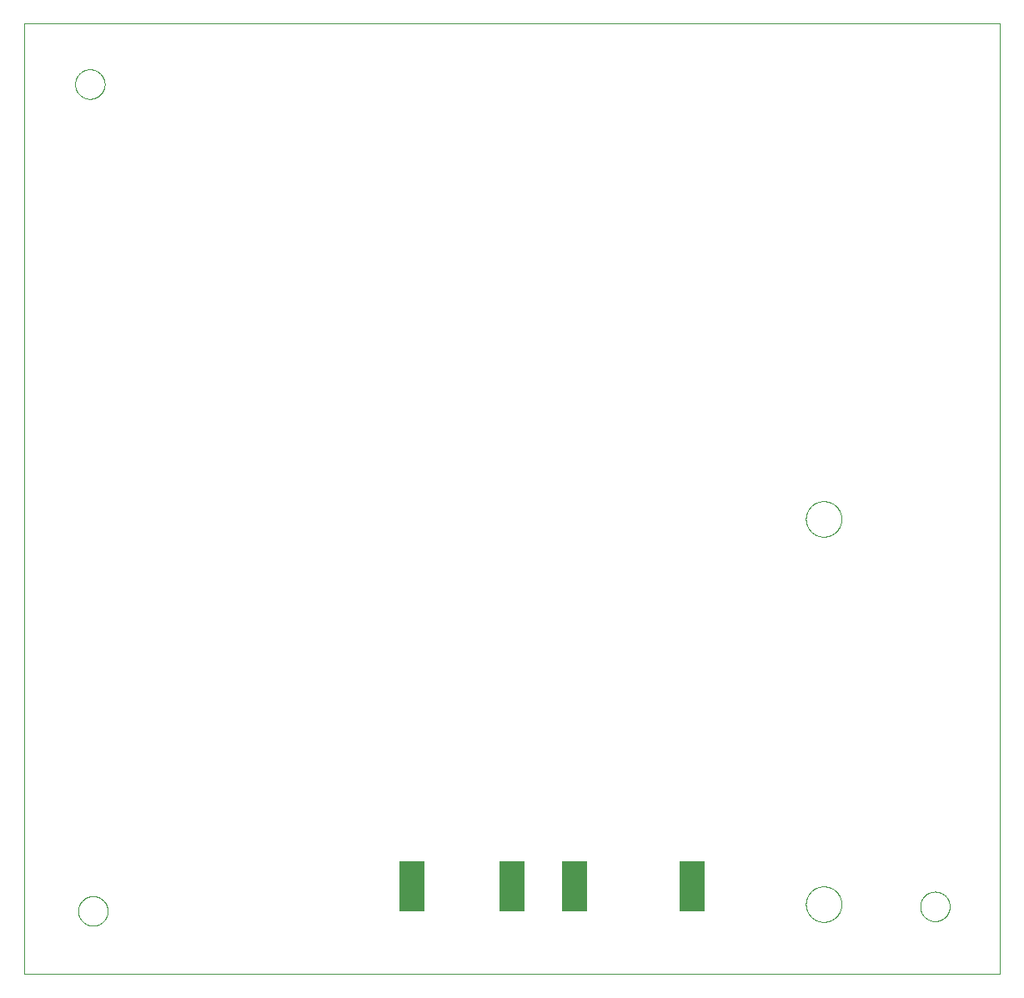
<source format=gtp>
G75*
%MOIN*%
%OFA0B0*%
%FSLAX25Y25*%
%IPPOS*%
%LPD*%
%AMOC8*
5,1,8,0,0,1.08239X$1,22.5*
%
%ADD10C,0.00000*%
%ADD11R,0.10000X0.20000*%
D10*
X0001800Y0001800D02*
X0391800Y0001800D01*
X0391800Y0381800D01*
X0001800Y0381800D01*
X0001800Y0001800D01*
X0023294Y0027100D02*
X0023296Y0027253D01*
X0023302Y0027407D01*
X0023312Y0027560D01*
X0023326Y0027712D01*
X0023344Y0027865D01*
X0023366Y0028016D01*
X0023391Y0028167D01*
X0023421Y0028318D01*
X0023455Y0028468D01*
X0023492Y0028616D01*
X0023533Y0028764D01*
X0023578Y0028910D01*
X0023627Y0029056D01*
X0023680Y0029200D01*
X0023736Y0029342D01*
X0023796Y0029483D01*
X0023860Y0029623D01*
X0023927Y0029761D01*
X0023998Y0029897D01*
X0024073Y0030031D01*
X0024150Y0030163D01*
X0024232Y0030293D01*
X0024316Y0030421D01*
X0024404Y0030547D01*
X0024495Y0030670D01*
X0024589Y0030791D01*
X0024687Y0030909D01*
X0024787Y0031025D01*
X0024891Y0031138D01*
X0024997Y0031249D01*
X0025106Y0031357D01*
X0025218Y0031462D01*
X0025332Y0031563D01*
X0025450Y0031662D01*
X0025569Y0031758D01*
X0025691Y0031851D01*
X0025816Y0031940D01*
X0025943Y0032027D01*
X0026072Y0032109D01*
X0026203Y0032189D01*
X0026336Y0032265D01*
X0026471Y0032338D01*
X0026608Y0032407D01*
X0026747Y0032472D01*
X0026887Y0032534D01*
X0027029Y0032592D01*
X0027172Y0032647D01*
X0027317Y0032698D01*
X0027463Y0032745D01*
X0027610Y0032788D01*
X0027758Y0032827D01*
X0027907Y0032863D01*
X0028057Y0032894D01*
X0028208Y0032922D01*
X0028359Y0032946D01*
X0028512Y0032966D01*
X0028664Y0032982D01*
X0028817Y0032994D01*
X0028970Y0033002D01*
X0029123Y0033006D01*
X0029277Y0033006D01*
X0029430Y0033002D01*
X0029583Y0032994D01*
X0029736Y0032982D01*
X0029888Y0032966D01*
X0030041Y0032946D01*
X0030192Y0032922D01*
X0030343Y0032894D01*
X0030493Y0032863D01*
X0030642Y0032827D01*
X0030790Y0032788D01*
X0030937Y0032745D01*
X0031083Y0032698D01*
X0031228Y0032647D01*
X0031371Y0032592D01*
X0031513Y0032534D01*
X0031653Y0032472D01*
X0031792Y0032407D01*
X0031929Y0032338D01*
X0032064Y0032265D01*
X0032197Y0032189D01*
X0032328Y0032109D01*
X0032457Y0032027D01*
X0032584Y0031940D01*
X0032709Y0031851D01*
X0032831Y0031758D01*
X0032950Y0031662D01*
X0033068Y0031563D01*
X0033182Y0031462D01*
X0033294Y0031357D01*
X0033403Y0031249D01*
X0033509Y0031138D01*
X0033613Y0031025D01*
X0033713Y0030909D01*
X0033811Y0030791D01*
X0033905Y0030670D01*
X0033996Y0030547D01*
X0034084Y0030421D01*
X0034168Y0030293D01*
X0034250Y0030163D01*
X0034327Y0030031D01*
X0034402Y0029897D01*
X0034473Y0029761D01*
X0034540Y0029623D01*
X0034604Y0029483D01*
X0034664Y0029342D01*
X0034720Y0029200D01*
X0034773Y0029056D01*
X0034822Y0028910D01*
X0034867Y0028764D01*
X0034908Y0028616D01*
X0034945Y0028468D01*
X0034979Y0028318D01*
X0035009Y0028167D01*
X0035034Y0028016D01*
X0035056Y0027865D01*
X0035074Y0027712D01*
X0035088Y0027560D01*
X0035098Y0027407D01*
X0035104Y0027253D01*
X0035106Y0027100D01*
X0035104Y0026947D01*
X0035098Y0026793D01*
X0035088Y0026640D01*
X0035074Y0026488D01*
X0035056Y0026335D01*
X0035034Y0026184D01*
X0035009Y0026033D01*
X0034979Y0025882D01*
X0034945Y0025732D01*
X0034908Y0025584D01*
X0034867Y0025436D01*
X0034822Y0025290D01*
X0034773Y0025144D01*
X0034720Y0025000D01*
X0034664Y0024858D01*
X0034604Y0024717D01*
X0034540Y0024577D01*
X0034473Y0024439D01*
X0034402Y0024303D01*
X0034327Y0024169D01*
X0034250Y0024037D01*
X0034168Y0023907D01*
X0034084Y0023779D01*
X0033996Y0023653D01*
X0033905Y0023530D01*
X0033811Y0023409D01*
X0033713Y0023291D01*
X0033613Y0023175D01*
X0033509Y0023062D01*
X0033403Y0022951D01*
X0033294Y0022843D01*
X0033182Y0022738D01*
X0033068Y0022637D01*
X0032950Y0022538D01*
X0032831Y0022442D01*
X0032709Y0022349D01*
X0032584Y0022260D01*
X0032457Y0022173D01*
X0032328Y0022091D01*
X0032197Y0022011D01*
X0032064Y0021935D01*
X0031929Y0021862D01*
X0031792Y0021793D01*
X0031653Y0021728D01*
X0031513Y0021666D01*
X0031371Y0021608D01*
X0031228Y0021553D01*
X0031083Y0021502D01*
X0030937Y0021455D01*
X0030790Y0021412D01*
X0030642Y0021373D01*
X0030493Y0021337D01*
X0030343Y0021306D01*
X0030192Y0021278D01*
X0030041Y0021254D01*
X0029888Y0021234D01*
X0029736Y0021218D01*
X0029583Y0021206D01*
X0029430Y0021198D01*
X0029277Y0021194D01*
X0029123Y0021194D01*
X0028970Y0021198D01*
X0028817Y0021206D01*
X0028664Y0021218D01*
X0028512Y0021234D01*
X0028359Y0021254D01*
X0028208Y0021278D01*
X0028057Y0021306D01*
X0027907Y0021337D01*
X0027758Y0021373D01*
X0027610Y0021412D01*
X0027463Y0021455D01*
X0027317Y0021502D01*
X0027172Y0021553D01*
X0027029Y0021608D01*
X0026887Y0021666D01*
X0026747Y0021728D01*
X0026608Y0021793D01*
X0026471Y0021862D01*
X0026336Y0021935D01*
X0026203Y0022011D01*
X0026072Y0022091D01*
X0025943Y0022173D01*
X0025816Y0022260D01*
X0025691Y0022349D01*
X0025569Y0022442D01*
X0025450Y0022538D01*
X0025332Y0022637D01*
X0025218Y0022738D01*
X0025106Y0022843D01*
X0024997Y0022951D01*
X0024891Y0023062D01*
X0024787Y0023175D01*
X0024687Y0023291D01*
X0024589Y0023409D01*
X0024495Y0023530D01*
X0024404Y0023653D01*
X0024316Y0023779D01*
X0024232Y0023907D01*
X0024150Y0024037D01*
X0024073Y0024169D01*
X0023998Y0024303D01*
X0023927Y0024439D01*
X0023860Y0024577D01*
X0023796Y0024717D01*
X0023736Y0024858D01*
X0023680Y0025000D01*
X0023627Y0025144D01*
X0023578Y0025290D01*
X0023533Y0025436D01*
X0023492Y0025584D01*
X0023455Y0025732D01*
X0023421Y0025882D01*
X0023391Y0026033D01*
X0023366Y0026184D01*
X0023344Y0026335D01*
X0023326Y0026488D01*
X0023312Y0026640D01*
X0023302Y0026793D01*
X0023296Y0026947D01*
X0023294Y0027100D01*
X0314200Y0029800D02*
X0314202Y0029974D01*
X0314209Y0030148D01*
X0314219Y0030322D01*
X0314234Y0030496D01*
X0314253Y0030669D01*
X0314277Y0030842D01*
X0314305Y0031014D01*
X0314336Y0031185D01*
X0314373Y0031356D01*
X0314413Y0031525D01*
X0314457Y0031694D01*
X0314506Y0031861D01*
X0314558Y0032027D01*
X0314615Y0032192D01*
X0314676Y0032355D01*
X0314740Y0032517D01*
X0314809Y0032677D01*
X0314882Y0032836D01*
X0314958Y0032992D01*
X0315038Y0033147D01*
X0315122Y0033300D01*
X0315210Y0033450D01*
X0315302Y0033598D01*
X0315397Y0033745D01*
X0315495Y0033888D01*
X0315597Y0034029D01*
X0315703Y0034168D01*
X0315812Y0034304D01*
X0315924Y0034438D01*
X0316039Y0034568D01*
X0316158Y0034696D01*
X0316280Y0034820D01*
X0316404Y0034942D01*
X0316532Y0035061D01*
X0316662Y0035176D01*
X0316796Y0035288D01*
X0316932Y0035397D01*
X0317071Y0035503D01*
X0317212Y0035605D01*
X0317355Y0035703D01*
X0317502Y0035798D01*
X0317650Y0035890D01*
X0317800Y0035978D01*
X0317953Y0036062D01*
X0318108Y0036142D01*
X0318264Y0036218D01*
X0318423Y0036291D01*
X0318583Y0036360D01*
X0318745Y0036424D01*
X0318908Y0036485D01*
X0319073Y0036542D01*
X0319239Y0036594D01*
X0319406Y0036643D01*
X0319575Y0036687D01*
X0319744Y0036727D01*
X0319915Y0036764D01*
X0320086Y0036795D01*
X0320258Y0036823D01*
X0320431Y0036847D01*
X0320604Y0036866D01*
X0320778Y0036881D01*
X0320952Y0036891D01*
X0321126Y0036898D01*
X0321300Y0036900D01*
X0321474Y0036898D01*
X0321648Y0036891D01*
X0321822Y0036881D01*
X0321996Y0036866D01*
X0322169Y0036847D01*
X0322342Y0036823D01*
X0322514Y0036795D01*
X0322685Y0036764D01*
X0322856Y0036727D01*
X0323025Y0036687D01*
X0323194Y0036643D01*
X0323361Y0036594D01*
X0323527Y0036542D01*
X0323692Y0036485D01*
X0323855Y0036424D01*
X0324017Y0036360D01*
X0324177Y0036291D01*
X0324336Y0036218D01*
X0324492Y0036142D01*
X0324647Y0036062D01*
X0324800Y0035978D01*
X0324950Y0035890D01*
X0325098Y0035798D01*
X0325245Y0035703D01*
X0325388Y0035605D01*
X0325529Y0035503D01*
X0325668Y0035397D01*
X0325804Y0035288D01*
X0325938Y0035176D01*
X0326068Y0035061D01*
X0326196Y0034942D01*
X0326320Y0034820D01*
X0326442Y0034696D01*
X0326561Y0034568D01*
X0326676Y0034438D01*
X0326788Y0034304D01*
X0326897Y0034168D01*
X0327003Y0034029D01*
X0327105Y0033888D01*
X0327203Y0033745D01*
X0327298Y0033598D01*
X0327390Y0033450D01*
X0327478Y0033300D01*
X0327562Y0033147D01*
X0327642Y0032992D01*
X0327718Y0032836D01*
X0327791Y0032677D01*
X0327860Y0032517D01*
X0327924Y0032355D01*
X0327985Y0032192D01*
X0328042Y0032027D01*
X0328094Y0031861D01*
X0328143Y0031694D01*
X0328187Y0031525D01*
X0328227Y0031356D01*
X0328264Y0031185D01*
X0328295Y0031014D01*
X0328323Y0030842D01*
X0328347Y0030669D01*
X0328366Y0030496D01*
X0328381Y0030322D01*
X0328391Y0030148D01*
X0328398Y0029974D01*
X0328400Y0029800D01*
X0328398Y0029626D01*
X0328391Y0029452D01*
X0328381Y0029278D01*
X0328366Y0029104D01*
X0328347Y0028931D01*
X0328323Y0028758D01*
X0328295Y0028586D01*
X0328264Y0028415D01*
X0328227Y0028244D01*
X0328187Y0028075D01*
X0328143Y0027906D01*
X0328094Y0027739D01*
X0328042Y0027573D01*
X0327985Y0027408D01*
X0327924Y0027245D01*
X0327860Y0027083D01*
X0327791Y0026923D01*
X0327718Y0026764D01*
X0327642Y0026608D01*
X0327562Y0026453D01*
X0327478Y0026300D01*
X0327390Y0026150D01*
X0327298Y0026002D01*
X0327203Y0025855D01*
X0327105Y0025712D01*
X0327003Y0025571D01*
X0326897Y0025432D01*
X0326788Y0025296D01*
X0326676Y0025162D01*
X0326561Y0025032D01*
X0326442Y0024904D01*
X0326320Y0024780D01*
X0326196Y0024658D01*
X0326068Y0024539D01*
X0325938Y0024424D01*
X0325804Y0024312D01*
X0325668Y0024203D01*
X0325529Y0024097D01*
X0325388Y0023995D01*
X0325245Y0023897D01*
X0325098Y0023802D01*
X0324950Y0023710D01*
X0324800Y0023622D01*
X0324647Y0023538D01*
X0324492Y0023458D01*
X0324336Y0023382D01*
X0324177Y0023309D01*
X0324017Y0023240D01*
X0323855Y0023176D01*
X0323692Y0023115D01*
X0323527Y0023058D01*
X0323361Y0023006D01*
X0323194Y0022957D01*
X0323025Y0022913D01*
X0322856Y0022873D01*
X0322685Y0022836D01*
X0322514Y0022805D01*
X0322342Y0022777D01*
X0322169Y0022753D01*
X0321996Y0022734D01*
X0321822Y0022719D01*
X0321648Y0022709D01*
X0321474Y0022702D01*
X0321300Y0022700D01*
X0321126Y0022702D01*
X0320952Y0022709D01*
X0320778Y0022719D01*
X0320604Y0022734D01*
X0320431Y0022753D01*
X0320258Y0022777D01*
X0320086Y0022805D01*
X0319915Y0022836D01*
X0319744Y0022873D01*
X0319575Y0022913D01*
X0319406Y0022957D01*
X0319239Y0023006D01*
X0319073Y0023058D01*
X0318908Y0023115D01*
X0318745Y0023176D01*
X0318583Y0023240D01*
X0318423Y0023309D01*
X0318264Y0023382D01*
X0318108Y0023458D01*
X0317953Y0023538D01*
X0317800Y0023622D01*
X0317650Y0023710D01*
X0317502Y0023802D01*
X0317355Y0023897D01*
X0317212Y0023995D01*
X0317071Y0024097D01*
X0316932Y0024203D01*
X0316796Y0024312D01*
X0316662Y0024424D01*
X0316532Y0024539D01*
X0316404Y0024658D01*
X0316280Y0024780D01*
X0316158Y0024904D01*
X0316039Y0025032D01*
X0315924Y0025162D01*
X0315812Y0025296D01*
X0315703Y0025432D01*
X0315597Y0025571D01*
X0315495Y0025712D01*
X0315397Y0025855D01*
X0315302Y0026002D01*
X0315210Y0026150D01*
X0315122Y0026300D01*
X0315038Y0026453D01*
X0314958Y0026608D01*
X0314882Y0026764D01*
X0314809Y0026923D01*
X0314740Y0027083D01*
X0314676Y0027245D01*
X0314615Y0027408D01*
X0314558Y0027573D01*
X0314506Y0027739D01*
X0314457Y0027906D01*
X0314413Y0028075D01*
X0314373Y0028244D01*
X0314336Y0028415D01*
X0314305Y0028586D01*
X0314277Y0028758D01*
X0314253Y0028931D01*
X0314234Y0029104D01*
X0314219Y0029278D01*
X0314209Y0029452D01*
X0314202Y0029626D01*
X0314200Y0029800D01*
X0359894Y0028900D02*
X0359896Y0029053D01*
X0359902Y0029207D01*
X0359912Y0029360D01*
X0359926Y0029512D01*
X0359944Y0029665D01*
X0359966Y0029816D01*
X0359991Y0029967D01*
X0360021Y0030118D01*
X0360055Y0030268D01*
X0360092Y0030416D01*
X0360133Y0030564D01*
X0360178Y0030710D01*
X0360227Y0030856D01*
X0360280Y0031000D01*
X0360336Y0031142D01*
X0360396Y0031283D01*
X0360460Y0031423D01*
X0360527Y0031561D01*
X0360598Y0031697D01*
X0360673Y0031831D01*
X0360750Y0031963D01*
X0360832Y0032093D01*
X0360916Y0032221D01*
X0361004Y0032347D01*
X0361095Y0032470D01*
X0361189Y0032591D01*
X0361287Y0032709D01*
X0361387Y0032825D01*
X0361491Y0032938D01*
X0361597Y0033049D01*
X0361706Y0033157D01*
X0361818Y0033262D01*
X0361932Y0033363D01*
X0362050Y0033462D01*
X0362169Y0033558D01*
X0362291Y0033651D01*
X0362416Y0033740D01*
X0362543Y0033827D01*
X0362672Y0033909D01*
X0362803Y0033989D01*
X0362936Y0034065D01*
X0363071Y0034138D01*
X0363208Y0034207D01*
X0363347Y0034272D01*
X0363487Y0034334D01*
X0363629Y0034392D01*
X0363772Y0034447D01*
X0363917Y0034498D01*
X0364063Y0034545D01*
X0364210Y0034588D01*
X0364358Y0034627D01*
X0364507Y0034663D01*
X0364657Y0034694D01*
X0364808Y0034722D01*
X0364959Y0034746D01*
X0365112Y0034766D01*
X0365264Y0034782D01*
X0365417Y0034794D01*
X0365570Y0034802D01*
X0365723Y0034806D01*
X0365877Y0034806D01*
X0366030Y0034802D01*
X0366183Y0034794D01*
X0366336Y0034782D01*
X0366488Y0034766D01*
X0366641Y0034746D01*
X0366792Y0034722D01*
X0366943Y0034694D01*
X0367093Y0034663D01*
X0367242Y0034627D01*
X0367390Y0034588D01*
X0367537Y0034545D01*
X0367683Y0034498D01*
X0367828Y0034447D01*
X0367971Y0034392D01*
X0368113Y0034334D01*
X0368253Y0034272D01*
X0368392Y0034207D01*
X0368529Y0034138D01*
X0368664Y0034065D01*
X0368797Y0033989D01*
X0368928Y0033909D01*
X0369057Y0033827D01*
X0369184Y0033740D01*
X0369309Y0033651D01*
X0369431Y0033558D01*
X0369550Y0033462D01*
X0369668Y0033363D01*
X0369782Y0033262D01*
X0369894Y0033157D01*
X0370003Y0033049D01*
X0370109Y0032938D01*
X0370213Y0032825D01*
X0370313Y0032709D01*
X0370411Y0032591D01*
X0370505Y0032470D01*
X0370596Y0032347D01*
X0370684Y0032221D01*
X0370768Y0032093D01*
X0370850Y0031963D01*
X0370927Y0031831D01*
X0371002Y0031697D01*
X0371073Y0031561D01*
X0371140Y0031423D01*
X0371204Y0031283D01*
X0371264Y0031142D01*
X0371320Y0031000D01*
X0371373Y0030856D01*
X0371422Y0030710D01*
X0371467Y0030564D01*
X0371508Y0030416D01*
X0371545Y0030268D01*
X0371579Y0030118D01*
X0371609Y0029967D01*
X0371634Y0029816D01*
X0371656Y0029665D01*
X0371674Y0029512D01*
X0371688Y0029360D01*
X0371698Y0029207D01*
X0371704Y0029053D01*
X0371706Y0028900D01*
X0371704Y0028747D01*
X0371698Y0028593D01*
X0371688Y0028440D01*
X0371674Y0028288D01*
X0371656Y0028135D01*
X0371634Y0027984D01*
X0371609Y0027833D01*
X0371579Y0027682D01*
X0371545Y0027532D01*
X0371508Y0027384D01*
X0371467Y0027236D01*
X0371422Y0027090D01*
X0371373Y0026944D01*
X0371320Y0026800D01*
X0371264Y0026658D01*
X0371204Y0026517D01*
X0371140Y0026377D01*
X0371073Y0026239D01*
X0371002Y0026103D01*
X0370927Y0025969D01*
X0370850Y0025837D01*
X0370768Y0025707D01*
X0370684Y0025579D01*
X0370596Y0025453D01*
X0370505Y0025330D01*
X0370411Y0025209D01*
X0370313Y0025091D01*
X0370213Y0024975D01*
X0370109Y0024862D01*
X0370003Y0024751D01*
X0369894Y0024643D01*
X0369782Y0024538D01*
X0369668Y0024437D01*
X0369550Y0024338D01*
X0369431Y0024242D01*
X0369309Y0024149D01*
X0369184Y0024060D01*
X0369057Y0023973D01*
X0368928Y0023891D01*
X0368797Y0023811D01*
X0368664Y0023735D01*
X0368529Y0023662D01*
X0368392Y0023593D01*
X0368253Y0023528D01*
X0368113Y0023466D01*
X0367971Y0023408D01*
X0367828Y0023353D01*
X0367683Y0023302D01*
X0367537Y0023255D01*
X0367390Y0023212D01*
X0367242Y0023173D01*
X0367093Y0023137D01*
X0366943Y0023106D01*
X0366792Y0023078D01*
X0366641Y0023054D01*
X0366488Y0023034D01*
X0366336Y0023018D01*
X0366183Y0023006D01*
X0366030Y0022998D01*
X0365877Y0022994D01*
X0365723Y0022994D01*
X0365570Y0022998D01*
X0365417Y0023006D01*
X0365264Y0023018D01*
X0365112Y0023034D01*
X0364959Y0023054D01*
X0364808Y0023078D01*
X0364657Y0023106D01*
X0364507Y0023137D01*
X0364358Y0023173D01*
X0364210Y0023212D01*
X0364063Y0023255D01*
X0363917Y0023302D01*
X0363772Y0023353D01*
X0363629Y0023408D01*
X0363487Y0023466D01*
X0363347Y0023528D01*
X0363208Y0023593D01*
X0363071Y0023662D01*
X0362936Y0023735D01*
X0362803Y0023811D01*
X0362672Y0023891D01*
X0362543Y0023973D01*
X0362416Y0024060D01*
X0362291Y0024149D01*
X0362169Y0024242D01*
X0362050Y0024338D01*
X0361932Y0024437D01*
X0361818Y0024538D01*
X0361706Y0024643D01*
X0361597Y0024751D01*
X0361491Y0024862D01*
X0361387Y0024975D01*
X0361287Y0025091D01*
X0361189Y0025209D01*
X0361095Y0025330D01*
X0361004Y0025453D01*
X0360916Y0025579D01*
X0360832Y0025707D01*
X0360750Y0025837D01*
X0360673Y0025969D01*
X0360598Y0026103D01*
X0360527Y0026239D01*
X0360460Y0026377D01*
X0360396Y0026517D01*
X0360336Y0026658D01*
X0360280Y0026800D01*
X0360227Y0026944D01*
X0360178Y0027090D01*
X0360133Y0027236D01*
X0360092Y0027384D01*
X0360055Y0027532D01*
X0360021Y0027682D01*
X0359991Y0027833D01*
X0359966Y0027984D01*
X0359944Y0028135D01*
X0359926Y0028288D01*
X0359912Y0028440D01*
X0359902Y0028593D01*
X0359896Y0028747D01*
X0359894Y0028900D01*
X0314200Y0183800D02*
X0314202Y0183974D01*
X0314209Y0184148D01*
X0314219Y0184322D01*
X0314234Y0184496D01*
X0314253Y0184669D01*
X0314277Y0184842D01*
X0314305Y0185014D01*
X0314336Y0185185D01*
X0314373Y0185356D01*
X0314413Y0185525D01*
X0314457Y0185694D01*
X0314506Y0185861D01*
X0314558Y0186027D01*
X0314615Y0186192D01*
X0314676Y0186355D01*
X0314740Y0186517D01*
X0314809Y0186677D01*
X0314882Y0186836D01*
X0314958Y0186992D01*
X0315038Y0187147D01*
X0315122Y0187300D01*
X0315210Y0187450D01*
X0315302Y0187598D01*
X0315397Y0187745D01*
X0315495Y0187888D01*
X0315597Y0188029D01*
X0315703Y0188168D01*
X0315812Y0188304D01*
X0315924Y0188438D01*
X0316039Y0188568D01*
X0316158Y0188696D01*
X0316280Y0188820D01*
X0316404Y0188942D01*
X0316532Y0189061D01*
X0316662Y0189176D01*
X0316796Y0189288D01*
X0316932Y0189397D01*
X0317071Y0189503D01*
X0317212Y0189605D01*
X0317355Y0189703D01*
X0317502Y0189798D01*
X0317650Y0189890D01*
X0317800Y0189978D01*
X0317953Y0190062D01*
X0318108Y0190142D01*
X0318264Y0190218D01*
X0318423Y0190291D01*
X0318583Y0190360D01*
X0318745Y0190424D01*
X0318908Y0190485D01*
X0319073Y0190542D01*
X0319239Y0190594D01*
X0319406Y0190643D01*
X0319575Y0190687D01*
X0319744Y0190727D01*
X0319915Y0190764D01*
X0320086Y0190795D01*
X0320258Y0190823D01*
X0320431Y0190847D01*
X0320604Y0190866D01*
X0320778Y0190881D01*
X0320952Y0190891D01*
X0321126Y0190898D01*
X0321300Y0190900D01*
X0321474Y0190898D01*
X0321648Y0190891D01*
X0321822Y0190881D01*
X0321996Y0190866D01*
X0322169Y0190847D01*
X0322342Y0190823D01*
X0322514Y0190795D01*
X0322685Y0190764D01*
X0322856Y0190727D01*
X0323025Y0190687D01*
X0323194Y0190643D01*
X0323361Y0190594D01*
X0323527Y0190542D01*
X0323692Y0190485D01*
X0323855Y0190424D01*
X0324017Y0190360D01*
X0324177Y0190291D01*
X0324336Y0190218D01*
X0324492Y0190142D01*
X0324647Y0190062D01*
X0324800Y0189978D01*
X0324950Y0189890D01*
X0325098Y0189798D01*
X0325245Y0189703D01*
X0325388Y0189605D01*
X0325529Y0189503D01*
X0325668Y0189397D01*
X0325804Y0189288D01*
X0325938Y0189176D01*
X0326068Y0189061D01*
X0326196Y0188942D01*
X0326320Y0188820D01*
X0326442Y0188696D01*
X0326561Y0188568D01*
X0326676Y0188438D01*
X0326788Y0188304D01*
X0326897Y0188168D01*
X0327003Y0188029D01*
X0327105Y0187888D01*
X0327203Y0187745D01*
X0327298Y0187598D01*
X0327390Y0187450D01*
X0327478Y0187300D01*
X0327562Y0187147D01*
X0327642Y0186992D01*
X0327718Y0186836D01*
X0327791Y0186677D01*
X0327860Y0186517D01*
X0327924Y0186355D01*
X0327985Y0186192D01*
X0328042Y0186027D01*
X0328094Y0185861D01*
X0328143Y0185694D01*
X0328187Y0185525D01*
X0328227Y0185356D01*
X0328264Y0185185D01*
X0328295Y0185014D01*
X0328323Y0184842D01*
X0328347Y0184669D01*
X0328366Y0184496D01*
X0328381Y0184322D01*
X0328391Y0184148D01*
X0328398Y0183974D01*
X0328400Y0183800D01*
X0328398Y0183626D01*
X0328391Y0183452D01*
X0328381Y0183278D01*
X0328366Y0183104D01*
X0328347Y0182931D01*
X0328323Y0182758D01*
X0328295Y0182586D01*
X0328264Y0182415D01*
X0328227Y0182244D01*
X0328187Y0182075D01*
X0328143Y0181906D01*
X0328094Y0181739D01*
X0328042Y0181573D01*
X0327985Y0181408D01*
X0327924Y0181245D01*
X0327860Y0181083D01*
X0327791Y0180923D01*
X0327718Y0180764D01*
X0327642Y0180608D01*
X0327562Y0180453D01*
X0327478Y0180300D01*
X0327390Y0180150D01*
X0327298Y0180002D01*
X0327203Y0179855D01*
X0327105Y0179712D01*
X0327003Y0179571D01*
X0326897Y0179432D01*
X0326788Y0179296D01*
X0326676Y0179162D01*
X0326561Y0179032D01*
X0326442Y0178904D01*
X0326320Y0178780D01*
X0326196Y0178658D01*
X0326068Y0178539D01*
X0325938Y0178424D01*
X0325804Y0178312D01*
X0325668Y0178203D01*
X0325529Y0178097D01*
X0325388Y0177995D01*
X0325245Y0177897D01*
X0325098Y0177802D01*
X0324950Y0177710D01*
X0324800Y0177622D01*
X0324647Y0177538D01*
X0324492Y0177458D01*
X0324336Y0177382D01*
X0324177Y0177309D01*
X0324017Y0177240D01*
X0323855Y0177176D01*
X0323692Y0177115D01*
X0323527Y0177058D01*
X0323361Y0177006D01*
X0323194Y0176957D01*
X0323025Y0176913D01*
X0322856Y0176873D01*
X0322685Y0176836D01*
X0322514Y0176805D01*
X0322342Y0176777D01*
X0322169Y0176753D01*
X0321996Y0176734D01*
X0321822Y0176719D01*
X0321648Y0176709D01*
X0321474Y0176702D01*
X0321300Y0176700D01*
X0321126Y0176702D01*
X0320952Y0176709D01*
X0320778Y0176719D01*
X0320604Y0176734D01*
X0320431Y0176753D01*
X0320258Y0176777D01*
X0320086Y0176805D01*
X0319915Y0176836D01*
X0319744Y0176873D01*
X0319575Y0176913D01*
X0319406Y0176957D01*
X0319239Y0177006D01*
X0319073Y0177058D01*
X0318908Y0177115D01*
X0318745Y0177176D01*
X0318583Y0177240D01*
X0318423Y0177309D01*
X0318264Y0177382D01*
X0318108Y0177458D01*
X0317953Y0177538D01*
X0317800Y0177622D01*
X0317650Y0177710D01*
X0317502Y0177802D01*
X0317355Y0177897D01*
X0317212Y0177995D01*
X0317071Y0178097D01*
X0316932Y0178203D01*
X0316796Y0178312D01*
X0316662Y0178424D01*
X0316532Y0178539D01*
X0316404Y0178658D01*
X0316280Y0178780D01*
X0316158Y0178904D01*
X0316039Y0179032D01*
X0315924Y0179162D01*
X0315812Y0179296D01*
X0315703Y0179432D01*
X0315597Y0179571D01*
X0315495Y0179712D01*
X0315397Y0179855D01*
X0315302Y0180002D01*
X0315210Y0180150D01*
X0315122Y0180300D01*
X0315038Y0180453D01*
X0314958Y0180608D01*
X0314882Y0180764D01*
X0314809Y0180923D01*
X0314740Y0181083D01*
X0314676Y0181245D01*
X0314615Y0181408D01*
X0314558Y0181573D01*
X0314506Y0181739D01*
X0314457Y0181906D01*
X0314413Y0182075D01*
X0314373Y0182244D01*
X0314336Y0182415D01*
X0314305Y0182586D01*
X0314277Y0182758D01*
X0314253Y0182931D01*
X0314234Y0183104D01*
X0314219Y0183278D01*
X0314209Y0183452D01*
X0314202Y0183626D01*
X0314200Y0183800D01*
X0022094Y0357650D02*
X0022096Y0357803D01*
X0022102Y0357957D01*
X0022112Y0358110D01*
X0022126Y0358262D01*
X0022144Y0358415D01*
X0022166Y0358566D01*
X0022191Y0358717D01*
X0022221Y0358868D01*
X0022255Y0359018D01*
X0022292Y0359166D01*
X0022333Y0359314D01*
X0022378Y0359460D01*
X0022427Y0359606D01*
X0022480Y0359750D01*
X0022536Y0359892D01*
X0022596Y0360033D01*
X0022660Y0360173D01*
X0022727Y0360311D01*
X0022798Y0360447D01*
X0022873Y0360581D01*
X0022950Y0360713D01*
X0023032Y0360843D01*
X0023116Y0360971D01*
X0023204Y0361097D01*
X0023295Y0361220D01*
X0023389Y0361341D01*
X0023487Y0361459D01*
X0023587Y0361575D01*
X0023691Y0361688D01*
X0023797Y0361799D01*
X0023906Y0361907D01*
X0024018Y0362012D01*
X0024132Y0362113D01*
X0024250Y0362212D01*
X0024369Y0362308D01*
X0024491Y0362401D01*
X0024616Y0362490D01*
X0024743Y0362577D01*
X0024872Y0362659D01*
X0025003Y0362739D01*
X0025136Y0362815D01*
X0025271Y0362888D01*
X0025408Y0362957D01*
X0025547Y0363022D01*
X0025687Y0363084D01*
X0025829Y0363142D01*
X0025972Y0363197D01*
X0026117Y0363248D01*
X0026263Y0363295D01*
X0026410Y0363338D01*
X0026558Y0363377D01*
X0026707Y0363413D01*
X0026857Y0363444D01*
X0027008Y0363472D01*
X0027159Y0363496D01*
X0027312Y0363516D01*
X0027464Y0363532D01*
X0027617Y0363544D01*
X0027770Y0363552D01*
X0027923Y0363556D01*
X0028077Y0363556D01*
X0028230Y0363552D01*
X0028383Y0363544D01*
X0028536Y0363532D01*
X0028688Y0363516D01*
X0028841Y0363496D01*
X0028992Y0363472D01*
X0029143Y0363444D01*
X0029293Y0363413D01*
X0029442Y0363377D01*
X0029590Y0363338D01*
X0029737Y0363295D01*
X0029883Y0363248D01*
X0030028Y0363197D01*
X0030171Y0363142D01*
X0030313Y0363084D01*
X0030453Y0363022D01*
X0030592Y0362957D01*
X0030729Y0362888D01*
X0030864Y0362815D01*
X0030997Y0362739D01*
X0031128Y0362659D01*
X0031257Y0362577D01*
X0031384Y0362490D01*
X0031509Y0362401D01*
X0031631Y0362308D01*
X0031750Y0362212D01*
X0031868Y0362113D01*
X0031982Y0362012D01*
X0032094Y0361907D01*
X0032203Y0361799D01*
X0032309Y0361688D01*
X0032413Y0361575D01*
X0032513Y0361459D01*
X0032611Y0361341D01*
X0032705Y0361220D01*
X0032796Y0361097D01*
X0032884Y0360971D01*
X0032968Y0360843D01*
X0033050Y0360713D01*
X0033127Y0360581D01*
X0033202Y0360447D01*
X0033273Y0360311D01*
X0033340Y0360173D01*
X0033404Y0360033D01*
X0033464Y0359892D01*
X0033520Y0359750D01*
X0033573Y0359606D01*
X0033622Y0359460D01*
X0033667Y0359314D01*
X0033708Y0359166D01*
X0033745Y0359018D01*
X0033779Y0358868D01*
X0033809Y0358717D01*
X0033834Y0358566D01*
X0033856Y0358415D01*
X0033874Y0358262D01*
X0033888Y0358110D01*
X0033898Y0357957D01*
X0033904Y0357803D01*
X0033906Y0357650D01*
X0033904Y0357497D01*
X0033898Y0357343D01*
X0033888Y0357190D01*
X0033874Y0357038D01*
X0033856Y0356885D01*
X0033834Y0356734D01*
X0033809Y0356583D01*
X0033779Y0356432D01*
X0033745Y0356282D01*
X0033708Y0356134D01*
X0033667Y0355986D01*
X0033622Y0355840D01*
X0033573Y0355694D01*
X0033520Y0355550D01*
X0033464Y0355408D01*
X0033404Y0355267D01*
X0033340Y0355127D01*
X0033273Y0354989D01*
X0033202Y0354853D01*
X0033127Y0354719D01*
X0033050Y0354587D01*
X0032968Y0354457D01*
X0032884Y0354329D01*
X0032796Y0354203D01*
X0032705Y0354080D01*
X0032611Y0353959D01*
X0032513Y0353841D01*
X0032413Y0353725D01*
X0032309Y0353612D01*
X0032203Y0353501D01*
X0032094Y0353393D01*
X0031982Y0353288D01*
X0031868Y0353187D01*
X0031750Y0353088D01*
X0031631Y0352992D01*
X0031509Y0352899D01*
X0031384Y0352810D01*
X0031257Y0352723D01*
X0031128Y0352641D01*
X0030997Y0352561D01*
X0030864Y0352485D01*
X0030729Y0352412D01*
X0030592Y0352343D01*
X0030453Y0352278D01*
X0030313Y0352216D01*
X0030171Y0352158D01*
X0030028Y0352103D01*
X0029883Y0352052D01*
X0029737Y0352005D01*
X0029590Y0351962D01*
X0029442Y0351923D01*
X0029293Y0351887D01*
X0029143Y0351856D01*
X0028992Y0351828D01*
X0028841Y0351804D01*
X0028688Y0351784D01*
X0028536Y0351768D01*
X0028383Y0351756D01*
X0028230Y0351748D01*
X0028077Y0351744D01*
X0027923Y0351744D01*
X0027770Y0351748D01*
X0027617Y0351756D01*
X0027464Y0351768D01*
X0027312Y0351784D01*
X0027159Y0351804D01*
X0027008Y0351828D01*
X0026857Y0351856D01*
X0026707Y0351887D01*
X0026558Y0351923D01*
X0026410Y0351962D01*
X0026263Y0352005D01*
X0026117Y0352052D01*
X0025972Y0352103D01*
X0025829Y0352158D01*
X0025687Y0352216D01*
X0025547Y0352278D01*
X0025408Y0352343D01*
X0025271Y0352412D01*
X0025136Y0352485D01*
X0025003Y0352561D01*
X0024872Y0352641D01*
X0024743Y0352723D01*
X0024616Y0352810D01*
X0024491Y0352899D01*
X0024369Y0352992D01*
X0024250Y0353088D01*
X0024132Y0353187D01*
X0024018Y0353288D01*
X0023906Y0353393D01*
X0023797Y0353501D01*
X0023691Y0353612D01*
X0023587Y0353725D01*
X0023487Y0353841D01*
X0023389Y0353959D01*
X0023295Y0354080D01*
X0023204Y0354203D01*
X0023116Y0354329D01*
X0023032Y0354457D01*
X0022950Y0354587D01*
X0022873Y0354719D01*
X0022798Y0354853D01*
X0022727Y0354989D01*
X0022660Y0355127D01*
X0022596Y0355267D01*
X0022536Y0355408D01*
X0022480Y0355550D01*
X0022427Y0355694D01*
X0022378Y0355840D01*
X0022333Y0355986D01*
X0022292Y0356134D01*
X0022255Y0356282D01*
X0022221Y0356432D01*
X0022191Y0356583D01*
X0022166Y0356734D01*
X0022144Y0356885D01*
X0022126Y0357038D01*
X0022112Y0357190D01*
X0022102Y0357343D01*
X0022096Y0357497D01*
X0022094Y0357650D01*
D11*
X0156800Y0036800D03*
X0196800Y0036800D03*
X0221800Y0036800D03*
X0268800Y0036800D03*
M02*

</source>
